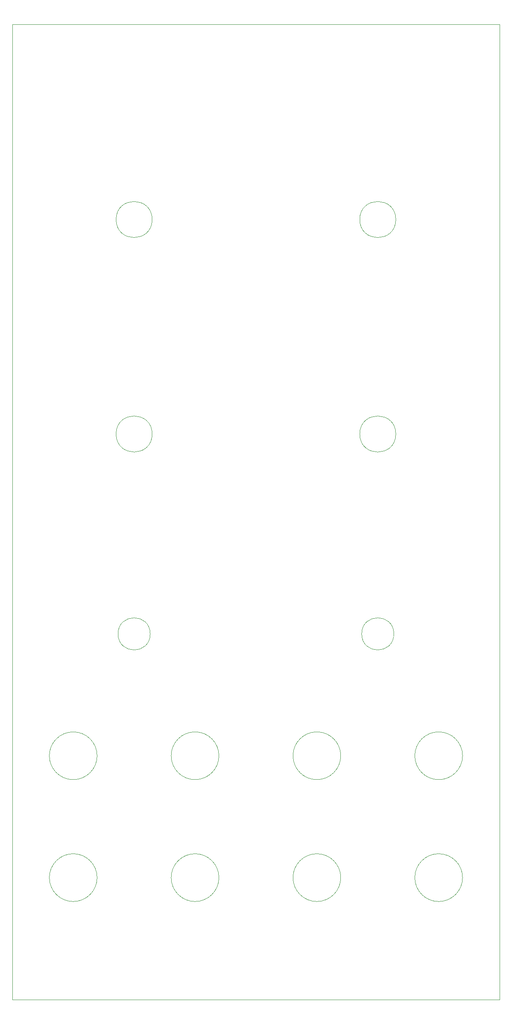
<source format=gm1>
G04 #@! TF.GenerationSoftware,KiCad,Pcbnew,7.0.1-3b83917a11~171~ubuntu22.04.1*
G04 #@! TF.CreationDate,2023-03-14T16:36:31-04:00*
G04 #@! TF.ProjectId,mfos_vca-panel,6d666f73-5f76-4636-912d-70616e656c2e,rev?*
G04 #@! TF.SameCoordinates,Original*
G04 #@! TF.FileFunction,Profile,NP*
%FSLAX46Y46*%
G04 Gerber Fmt 4.6, Leading zero omitted, Abs format (unit mm)*
G04 Created by KiCad (PCBNEW 7.0.1-3b83917a11~171~ubuntu22.04.1) date 2023-03-14 16:36:31*
%MOMM*%
%LPD*%
G01*
G04 APERTURE LIST*
G04 #@! TA.AperFunction,Profile*
%ADD10C,0.050000*%
G04 #@! TD*
G04 APERTURE END LIST*
D10*
X17000000Y-6000000D02*
X117000000Y-6000000D01*
X117000000Y-206000000D01*
X17000000Y-206000000D01*
X17000000Y-6000000D01*
G04 #@! TO.C,H6*
X95700000Y-46000000D02*
G75*
G03*
X95700000Y-46000000I-3700000J0D01*
G01*
G04 #@! TO.C,H7*
X95300000Y-131000000D02*
G75*
G03*
X95300000Y-131000000I-3300000J0D01*
G01*
G04 #@! TO.C,H16*
X109400000Y-181000000D02*
G75*
G03*
X109400000Y-181000000I-4900000J0D01*
G01*
G04 #@! TO.C,H2*
X45300000Y-131000000D02*
G75*
G03*
X45300000Y-131000000I-3300000J0D01*
G01*
G04 #@! TO.C,H9*
X59400000Y-156000000D02*
G75*
G03*
X59400000Y-156000000I-4900000J0D01*
G01*
G04 #@! TO.C,H15*
X109400000Y-156000000D02*
G75*
G03*
X109400000Y-156000000I-4900000J0D01*
G01*
G04 #@! TO.C,H14*
X84400000Y-181000000D02*
G75*
G03*
X84400000Y-181000000I-4900000J0D01*
G01*
G04 #@! TO.C,H5*
X34400000Y-181000000D02*
G75*
G03*
X34400000Y-181000000I-4900000J0D01*
G01*
G04 #@! TO.C,H10*
X45700000Y-90000000D02*
G75*
G03*
X45700000Y-90000000I-3700000J0D01*
G01*
G04 #@! TO.C,H13*
X84400000Y-156000000D02*
G75*
G03*
X84400000Y-156000000I-4900000J0D01*
G01*
G04 #@! TO.C,H11*
X59400000Y-181000000D02*
G75*
G03*
X59400000Y-181000000I-4900000J0D01*
G01*
G04 #@! TO.C,H12*
X95700000Y-90000000D02*
G75*
G03*
X95700000Y-90000000I-3700000J0D01*
G01*
G04 #@! TO.C,H1*
X45700000Y-46000000D02*
G75*
G03*
X45700000Y-46000000I-3700000J0D01*
G01*
G04 #@! TO.C,H3*
X34400000Y-156000000D02*
G75*
G03*
X34400000Y-156000000I-4900000J0D01*
G01*
G04 #@! TD*
M02*

</source>
